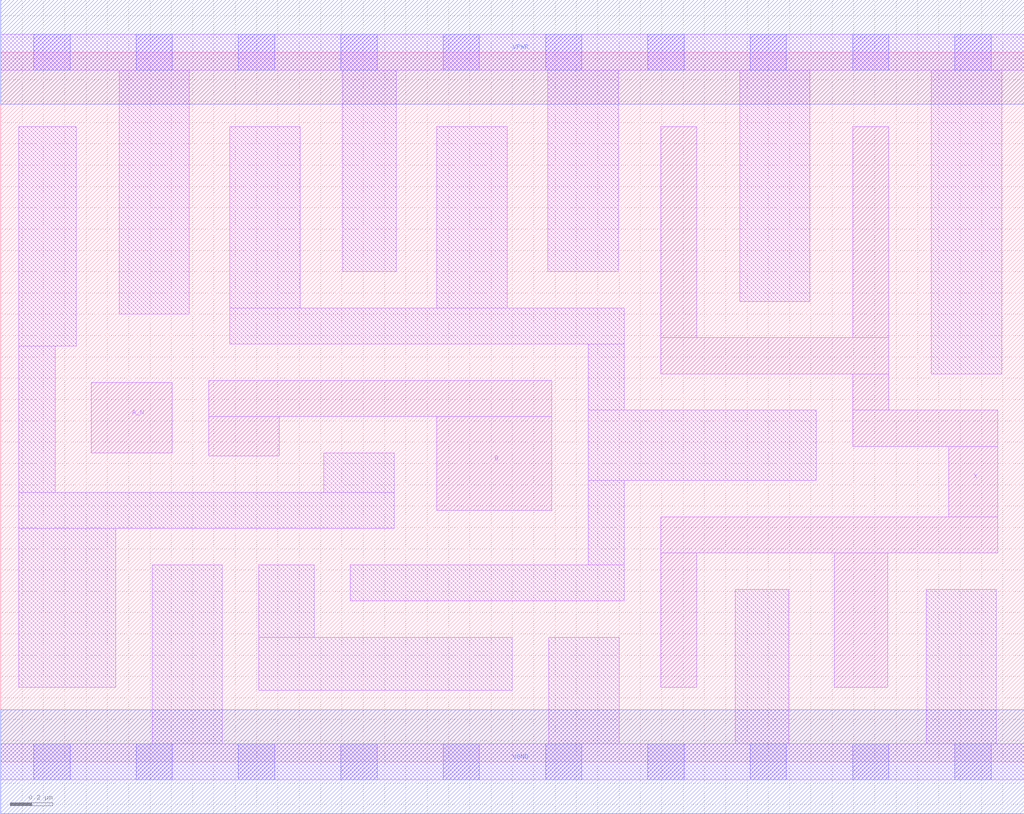
<source format=lef>
# Copyright 2020 The SkyWater PDK Authors
#
# Licensed under the Apache License, Version 2.0 (the "License");
# you may not use this file except in compliance with the License.
# You may obtain a copy of the License at
#
#     https://www.apache.org/licenses/LICENSE-2.0
#
# Unless required by applicable law or agreed to in writing, software
# distributed under the License is distributed on an "AS IS" BASIS,
# WITHOUT WARRANTIES OR CONDITIONS OF ANY KIND, either express or implied.
# See the License for the specific language governing permissions and
# limitations under the License.
#
# SPDX-License-Identifier: Apache-2.0

VERSION 5.7 ;
  NOWIREEXTENSIONATPIN ON ;
  DIVIDERCHAR "/" ;
  BUSBITCHARS "[]" ;
UNITS
  DATABASE MICRONS 200 ;
END UNITS
MACRO sky130_fd_sc_hs__and2b_4
  CLASS CORE ;
  FOREIGN sky130_fd_sc_hs__and2b_4 ;
  ORIGIN  0.000000  0.000000 ;
  SIZE  4.800000 BY  3.330000 ;
  SYMMETRY X Y ;
  SITE unit ;
  PIN A_N
    ANTENNAGATEAREA  0.246000 ;
    DIRECTION INPUT ;
    USE SIGNAL ;
    PORT
      LAYER li1 ;
        RECT 0.425000 1.450000 0.805000 1.780000 ;
    END
  END A_N
  PIN B
    ANTENNAGATEAREA  0.444000 ;
    DIRECTION INPUT ;
    USE SIGNAL ;
    PORT
      LAYER li1 ;
        RECT 0.975000 1.435000 1.305000 1.620000 ;
        RECT 0.975000 1.620000 2.585000 1.790000 ;
        RECT 2.045000 1.180000 2.585000 1.620000 ;
    END
  END B
  PIN X
    ANTENNADIFFAREA  1.093800 ;
    DIRECTION OUTPUT ;
    USE SIGNAL ;
    PORT
      LAYER li1 ;
        RECT 3.095000 0.350000 3.265000 0.980000 ;
        RECT 3.095000 0.980000 4.675000 1.150000 ;
        RECT 3.095000 1.820000 4.165000 1.990000 ;
        RECT 3.095000 1.990000 3.265000 2.980000 ;
        RECT 3.910000 0.350000 4.160000 0.980000 ;
        RECT 3.995000 1.480000 4.675000 1.650000 ;
        RECT 3.995000 1.650000 4.165000 1.820000 ;
        RECT 3.995000 1.990000 4.165000 2.980000 ;
        RECT 4.445000 1.150000 4.675000 1.480000 ;
    END
  END X
  PIN VGND
    DIRECTION INOUT ;
    USE GROUND ;
    PORT
      LAYER met1 ;
        RECT 0.000000 -0.245000 4.800000 0.245000 ;
    END
  END VGND
  PIN VPWR
    DIRECTION INOUT ;
    USE POWER ;
    PORT
      LAYER met1 ;
        RECT 0.000000 3.085000 4.800000 3.575000 ;
    END
  END VPWR
  OBS
    LAYER li1 ;
      RECT 0.000000 -0.085000 4.800000 0.085000 ;
      RECT 0.000000  3.245000 4.800000 3.415000 ;
      RECT 0.085000  0.350000 0.540000 1.095000 ;
      RECT 0.085000  1.095000 1.845000 1.265000 ;
      RECT 0.085000  1.265000 0.255000 1.950000 ;
      RECT 0.085000  1.950000 0.355000 2.980000 ;
      RECT 0.555000  2.100000 0.885000 3.245000 ;
      RECT 0.710000  0.085000 1.040000 0.925000 ;
      RECT 1.075000  1.960000 2.925000 2.130000 ;
      RECT 1.075000  2.130000 1.405000 2.980000 ;
      RECT 1.210000  0.335000 2.400000 0.585000 ;
      RECT 1.210000  0.585000 1.470000 0.925000 ;
      RECT 1.515000  1.265000 1.845000 1.450000 ;
      RECT 1.605000  2.300000 1.855000 3.245000 ;
      RECT 1.640000  0.755000 2.925000 0.925000 ;
      RECT 2.045000  2.130000 2.375000 2.980000 ;
      RECT 2.565000  2.300000 2.895000 3.245000 ;
      RECT 2.570000  0.085000 2.900000 0.585000 ;
      RECT 2.755000  0.925000 2.925000 1.320000 ;
      RECT 2.755000  1.320000 3.825000 1.650000 ;
      RECT 2.755000  1.650000 2.925000 1.960000 ;
      RECT 3.445000  0.085000 3.695000 0.810000 ;
      RECT 3.465000  2.160000 3.795000 3.245000 ;
      RECT 4.340000  0.085000 4.670000 0.810000 ;
      RECT 4.365000  1.820000 4.695000 3.245000 ;
    LAYER mcon ;
      RECT 0.155000 -0.085000 0.325000 0.085000 ;
      RECT 0.155000  3.245000 0.325000 3.415000 ;
      RECT 0.635000 -0.085000 0.805000 0.085000 ;
      RECT 0.635000  3.245000 0.805000 3.415000 ;
      RECT 1.115000 -0.085000 1.285000 0.085000 ;
      RECT 1.115000  3.245000 1.285000 3.415000 ;
      RECT 1.595000 -0.085000 1.765000 0.085000 ;
      RECT 1.595000  3.245000 1.765000 3.415000 ;
      RECT 2.075000 -0.085000 2.245000 0.085000 ;
      RECT 2.075000  3.245000 2.245000 3.415000 ;
      RECT 2.555000 -0.085000 2.725000 0.085000 ;
      RECT 2.555000  3.245000 2.725000 3.415000 ;
      RECT 3.035000 -0.085000 3.205000 0.085000 ;
      RECT 3.035000  3.245000 3.205000 3.415000 ;
      RECT 3.515000 -0.085000 3.685000 0.085000 ;
      RECT 3.515000  3.245000 3.685000 3.415000 ;
      RECT 3.995000 -0.085000 4.165000 0.085000 ;
      RECT 3.995000  3.245000 4.165000 3.415000 ;
      RECT 4.475000 -0.085000 4.645000 0.085000 ;
      RECT 4.475000  3.245000 4.645000 3.415000 ;
  END
END sky130_fd_sc_hs__and2b_4
END LIBRARY

</source>
